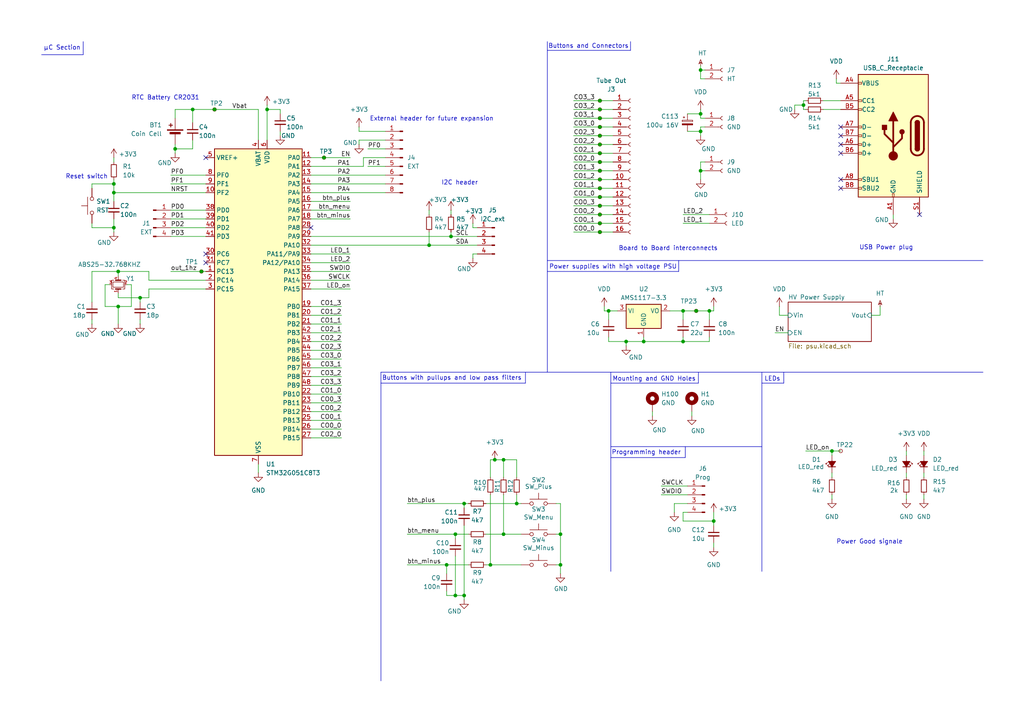
<source format=kicad_sch>
(kicad_sch (version 20250114) (generator "eeschema") (generator_version "9.0")
  (paper "A4")
  (title_block (title "Nixie Tube Clock") (date "2024-10-17") (rev "2.0") (company "C-Audio"))
  (text "Board to Board interconnects" (at 193.802 72.136 0) (effects (font (size 1.27 1.27))))
  (text "RTC Battery CR2031" (at 48.006 28.448 0) (effects (font (size 1.27 1.27))))
  (text "µC Section" (at 18.034 13.97 0) (effects (font (size 1.27 1.27))))
  (text "Programming header" (at 187.452 131.318 0) (effects (font (size 1.27 1.27))))
  (text "External header for future expansion" (at 125.222 34.544 0) (effects (font (size 1.27 1.27))))
  (text "Mounting and GND Holes" (at 189.738 109.982 0) (effects (font (size 1.27 1.27))))
  (text "Power supplies with high voltage PSU" (at 177.8 77.47 0) (effects (font (size 1.27 1.27))))
  (text "Buttons with pullups and low pass filters\n" (at 131.064 109.728 0) (effects (font (size 1.27 1.27))))
  (text "Power Good signale" (at 252.222 157.226 0) (effects (font (size 1.27 1.27))))
  (text "I2C header" (at 133.35 53.086 0) (effects (font (size 1.27 1.27))))
  (text "USB Power plug" (at 257.048 71.882 0) (effects (font (size 1.27 1.27))))
  (text "Reset switch" (at 25.146 51.308 0) (effects (font (size 1.27 1.27))))
  (text "LEDs" (at 224.028 109.982 0) (effects (font (size 1.27 1.27))))
  (text "Buttons and Connectors" (at 170.688 13.462 0) (effects (font (size 1.27 1.27))))
  (junction (at 40.64 86.36))
  (junction (at 34.29 88.9))
  (junction (at 205.74 90.17))
  (junction (at 181.61 99.06))
  (junction (at 58.42 78.74))
  (junction (at 143.51 133.35))
  (junction (at 233.045 30.48))
  (junction (at 62.23 31.75))
  (junction (at 173.99 67.31))
  (junction (at 173.99 54.61))
  (junction (at 173.99 59.69))
  (junction (at 203.2 38.1))
  (junction (at 173.99 34.29))
  (junction (at 173.99 62.23))
  (junction (at 198.12 99.06))
  (junction (at 241.3 130.81))
  (junction (at 173.99 36.83))
  (junction (at 198.12 90.17))
  (junction (at 173.99 29.21))
  (junction (at 173.99 52.07))
  (junction (at 34.29 78.74))
  (junction (at 176.53 90.17))
  (junction (at 134.62 146.05))
  (junction (at 134.62 172.72))
  (junction (at 203.2 49.53))
  (junction (at 33.02 53.34))
  (junction (at 50.8 43.18))
  (junction (at 162.56 154.94))
  (junction (at 173.99 57.15))
  (junction (at 173.99 41.91))
  (junction (at 33.02 66.04))
  (junction (at 77.47 31.75))
  (junction (at 93.98 45.72))
  (junction (at 146.05 154.94))
  (junction (at 203.2 33.02))
  (junction (at 203.2 20.32))
  (junction (at 142.24 163.83))
  (junction (at 132.08 172.72))
  (junction (at 173.99 44.45))
  (junction (at 132.08 154.94))
  (junction (at 149.86 146.05))
  (junction (at 162.56 163.83))
  (junction (at 173.99 49.53))
  (junction (at 130.81 68.58))
  (junction (at 129.54 163.83))
  (junction (at 173.99 31.75))
  (junction (at 173.99 46.99))
  (junction (at 207.01 151.13))
  (junction (at 124.46 71.12))
  (junction (at 55.88 31.75))
  (junction (at 33.02 55.88))
  (junction (at 201.93 90.17))
  (junction (at 146.05 133.35))
  (junction (at 186.69 99.06))
  (junction (at 173.99 39.37))
  (junction (at 173.99 64.77))
  (no_connect (at 243.84 41.91))
  (no_connect (at 243.84 44.45))
  (no_connect (at 266.7 62.23))
  (no_connect (at 243.84 39.37))
  (no_connect (at 59.69 45.72))
  (no_connect (at 90.17 66.04))
  (no_connect (at 59.69 76.2))
  (no_connect (at 243.84 36.83))
  (no_connect (at 243.84 52.07))
  (no_connect (at 243.84 54.61))
  (no_connect (at 59.69 73.66))
  (wire (pts (xy 50.8 44.45) (xy 50.8 43.18)))
  (wire (pts (xy 198.12 92.71) (xy 198.12 90.17)))
  (wire (pts (xy 207.01 90.17) (xy 205.74 90.17)))
  (wire (pts (xy 142.24 133.35) (xy 143.51 133.35)))
  (wire (pts (xy 203.2 31.75) (xy 203.2 33.02)))
  (wire (pts (xy 146.05 133.35) (xy 149.86 133.35)))
  (wire (pts (xy 118.11 154.94) (xy 132.08 154.94)))
  (wire (pts (xy 34.29 88.9) (xy 30.48 88.9)))
  (wire (pts (xy 26.67 53.34) (xy 26.67 54.61)))
  (wire (pts (xy 176.53 90.17) (xy 179.07 90.17)))
  (wire (pts (xy 49.53 60.96) (xy 59.69 60.96)))
  (wire (pts (xy 33.02 45.72) (xy 33.02 46.99)))
  (wire (pts (xy 226.06 91.44) (xy 226.06 88.9)))
  (wire (pts (xy 26.67 64.77) (xy 26.67 66.04)))
  (wire (pts (xy 173.99 39.37) (xy 166.37 39.37)))
  (polyline (pts (xy 24.13 12.065) (xy 24.13 15.875)))
  (wire (pts (xy 105.41 45.72) (xy 111.76 45.72)))
  (wire (pts (xy 177.8 57.15) (xy 173.99 57.15)))
  (wire (pts (xy 262.89 137.16) (xy 262.89 138.43)))
  (wire (pts (xy 101.6 78.74) (xy 90.17 78.74)))
  (wire (pts (xy 207.01 88.9) (xy 207.01 90.17)))
  (wire (pts (xy 134.62 172.72) (xy 134.62 152.4)))
  (wire (pts (xy 132.08 161.29) (xy 132.08 172.72)))
  (wire (pts (xy 198.12 64.77) (xy 205.74 64.77)))
  (wire (pts (xy 43.18 83.82) (xy 43.18 86.36)))
  (wire (pts (xy 230.505 30.48) (xy 230.505 31.75)))
  (wire (pts (xy 30.48 88.9) (xy 30.48 82.55)))
  (polyline (pts (xy 177.165 107.95) (xy 177.165 165.735)))
  (wire (pts (xy 198.12 90.17) (xy 194.31 90.17)))
  (wire (pts (xy 90.17 68.58) (xy 130.81 68.58)))
  (wire (pts (xy 207.01 151.13) (xy 207.01 152.4)))
  (wire (pts (xy 49.53 78.74) (xy 58.42 78.74)))
  (wire (pts (xy 55.88 43.18) (xy 50.8 43.18)))
  (wire (pts (xy 149.86 133.35) (xy 149.86 138.43)))
  (wire (pts (xy 233.045 30.48) (xy 230.505 30.48)))
  (wire (pts (xy 43.18 86.36) (xy 40.64 86.36)))
  (wire (pts (xy 166.37 64.77) (xy 173.99 64.77)))
  (wire (pts (xy 34.29 86.36) (xy 34.29 85.09)))
  (wire (pts (xy 130.81 60.96) (xy 130.81 62.23)))
  (wire (pts (xy 90.17 53.34) (xy 111.76 53.34)))
  (wire (pts (xy 186.69 99.06) (xy 198.12 99.06)))
  (wire (pts (xy 242.57 22.86) (xy 242.57 24.13)))
  (wire (pts (xy 43.18 78.74) (xy 34.29 78.74)))
  (wire (pts (xy 38.1 88.9) (xy 34.29 88.9)))
  (wire (pts (xy 99.06 91.44) (xy 90.17 91.44)))
  (wire (pts (xy 43.18 81.28) (xy 43.18 78.74)))
  (wire (pts (xy 26.67 92.71) (xy 26.67 93.98)))
  (wire (pts (xy 262.89 130.81) (xy 262.89 132.08)))
  (wire (pts (xy 177.8 67.31) (xy 173.99 67.31)))
  (wire (pts (xy 233.045 31.75) (xy 233.045 30.48)))
  (wire (pts (xy 173.99 44.45) (xy 166.37 44.45)))
  (polyline (pts (xy 158.75 107.95) (xy 285.115 107.95)))
  (wire (pts (xy 33.02 53.34) (xy 26.67 53.34)))
  (wire (pts (xy 33.02 55.88) (xy 59.69 55.88)))
  (wire (pts (xy 90.17 50.8) (xy 111.76 50.8)))
  (wire (pts (xy 146.05 143.51) (xy 146.05 154.94)))
  (wire (pts (xy 189.23 120.65) (xy 189.23 119.38)))
  (wire (pts (xy 177.8 49.53) (xy 173.99 49.53)))
  (polyline (pts (xy 110.49 111.125) (xy 152.4 111.125)))
  (wire (pts (xy 207.01 157.48) (xy 207.01 158.75)))
  (wire (pts (xy 26.67 78.74) (xy 26.67 87.63)))
  (wire (pts (xy 33.02 63.5) (xy 33.02 66.04)))
  (wire (pts (xy 149.86 146.05) (xy 151.13 146.05)))
  (wire (pts (xy 140.97 154.94) (xy 146.05 154.94)))
  (wire (pts (xy 238.76 29.21) (xy 243.84 29.21)))
  (wire (pts (xy 267.97 130.81) (xy 267.97 132.08)))
  (wire (pts (xy 134.62 172.72) (xy 134.62 173.99)))
  (wire (pts (xy 74.93 31.75) (xy 62.23 31.75)))
  (wire (pts (xy 99.06 93.98) (xy 90.17 93.98)))
  (wire (pts (xy 181.61 99.06) (xy 181.61 100.33)))
  (wire (pts (xy 177.8 54.61) (xy 173.99 54.61)))
  (wire (pts (xy 199.39 33.02) (xy 203.2 33.02)))
  (wire (pts (xy 124.46 67.31) (xy 124.46 71.12)))
  (wire (pts (xy 132.08 172.72) (xy 129.54 172.72)))
  (wire (pts (xy 205.74 92.71) (xy 205.74 90.17)))
  (wire (pts (xy 203.2 49.53) (xy 203.2 46.99)))
  (wire (pts (xy 173.99 62.23) (xy 166.37 62.23)))
  (wire (pts (xy 166.37 54.61) (xy 173.99 54.61)))
  (wire (pts (xy 177.8 52.07) (xy 173.99 52.07)))
  (wire (pts (xy 105.41 48.26) (xy 105.41 45.72)))
  (wire (pts (xy 142.24 143.51) (xy 142.24 163.83)))
  (wire (pts (xy 90.17 83.82) (xy 101.6 83.82)))
  (wire (pts (xy 161.29 154.94) (xy 162.56 154.94)))
  (wire (pts (xy 55.88 31.75) (xy 55.88 35.56)))
  (wire (pts (xy 36.83 82.55) (xy 38.1 82.55)))
  (wire (pts (xy 33.02 52.07) (xy 33.02 53.34)))
  (wire (pts (xy 177.8 34.29) (xy 173.99 34.29)))
  (wire (pts (xy 99.06 116.84) (xy 90.17 116.84)))
  (wire (pts (xy 177.8 41.91) (xy 173.99 41.91)))
  (wire (pts (xy 203.2 33.02) (xy 203.2 34.29)))
  (polyline (pts (xy 177.165 129.54) (xy 220.98 129.54)))
  (wire (pts (xy 93.98 45.72) (xy 90.17 45.72)))
  (wire (pts (xy 99.06 104.14) (xy 90.17 104.14)))
  (wire (pts (xy 203.2 38.1) (xy 203.2 39.37)))
  (wire (pts (xy 104.14 36.83) (xy 104.14 38.1)))
  (wire (pts (xy 161.29 163.83) (xy 162.56 163.83)))
  (wire (pts (xy 173.99 59.69) (xy 166.37 59.69)))
  (wire (pts (xy 166.37 31.75) (xy 173.99 31.75)))
  (wire (pts (xy 198.12 148.59) (xy 198.12 151.13)))
  (wire (pts (xy 55.88 40.64) (xy 55.88 43.18)))
  (wire (pts (xy 34.29 88.9) (xy 34.29 93.98)))
  (wire (pts (xy 40.64 86.36) (xy 40.64 87.63)))
  (wire (pts (xy 137.16 74.93) (xy 137.16 73.66)))
  (wire (pts (xy 101.6 45.72) (xy 93.98 45.72)))
  (wire (pts (xy 138.43 68.58) (xy 130.81 68.58)))
  (wire (pts (xy 138.43 71.12) (xy 124.46 71.12)))
  (wire (pts (xy 90.17 55.88) (xy 111.76 55.88)))
  (polyline (pts (xy 12.065 15.875) (xy 24.13 15.875)))
  (wire (pts (xy 177.8 59.69) (xy 173.99 59.69)))
  (wire (pts (xy 99.06 124.46) (xy 90.17 124.46)))
  (wire (pts (xy 99.06 121.92) (xy 90.17 121.92)))
  (wire (pts (xy 205.74 99.06) (xy 205.74 97.79)))
  (wire (pts (xy 101.6 63.5) (xy 90.17 63.5)))
  (polyline (pts (xy 198.755 132.715) (xy 198.755 129.54)))
  (wire (pts (xy 99.06 88.9) (xy 90.17 88.9)))
  (wire (pts (xy 162.56 154.94) (xy 162.56 146.05)))
  (wire (pts (xy 142.24 138.43) (xy 142.24 133.35)))
  (wire (pts (xy 205.74 62.23) (xy 198.12 62.23)))
  (polyline (pts (xy 182.88 12.065) (xy 182.88 14.605)))
  (wire (pts (xy 233.045 29.21) (xy 233.68 29.21)))
  (wire (pts (xy 104.14 38.1) (xy 111.76 38.1)))
  (wire (pts (xy 173.99 29.21) (xy 166.37 29.21)))
  (wire (pts (xy 259.08 63.5) (xy 259.08 62.23)))
  (wire (pts (xy 59.69 83.82) (xy 43.18 83.82)))
  (wire (pts (xy 40.64 86.36) (xy 34.29 86.36)))
  (wire (pts (xy 252.73 91.44) (xy 255.27 91.44)))
  (wire (pts (xy 124.46 60.96) (xy 124.46 62.23)))
  (wire (pts (xy 177.8 29.21) (xy 173.99 29.21)))
  (wire (pts (xy 203.2 38.1) (xy 199.39 38.1)))
  (wire (pts (xy 195.58 146.05) (xy 199.39 146.05)))
  (wire (pts (xy 241.3 137.16) (xy 241.3 138.43)))
  (wire (pts (xy 177.8 62.23) (xy 173.99 62.23)))
  (wire (pts (xy 81.28 39.37) (xy 81.28 38.1)))
  (wire (pts (xy 104.14 40.64) (xy 104.14 41.91)))
  (wire (pts (xy 241.3 143.51) (xy 241.3 144.78)))
  (wire (pts (xy 90.17 71.12) (xy 124.46 71.12)))
  (wire (pts (xy 49.53 68.58) (xy 59.69 68.58)))
  (polyline (pts (xy 202.565 111.125) (xy 202.565 107.95)))
  (wire (pts (xy 33.02 55.88) (xy 33.02 58.42)))
  (wire (pts (xy 99.06 114.3) (xy 90.17 114.3)))
  (wire (pts (xy 143.51 133.35) (xy 146.05 133.35)))
  (wire (pts (xy 49.53 53.34) (xy 59.69 53.34)))
  (wire (pts (xy 33.02 66.04) (xy 33.02 67.31)))
  (wire (pts (xy 177.8 46.99) (xy 173.99 46.99)))
  (wire (pts (xy 111.76 40.64) (xy 104.14 40.64)))
  (wire (pts (xy 81.28 31.75) (xy 81.28 33.02)))
  (wire (pts (xy 203.2 19.05) (xy 203.2 20.32)))
  (polyline (pts (xy 220.98 111.125) (xy 227.33 111.125)))
  (polyline (pts (xy 158.75 75.565) (xy 158.75 107.95)))
  (wire (pts (xy 26.67 66.04) (xy 33.02 66.04)))
  (polyline (pts (xy 158.75 75.565) (xy 285.115 75.565)))
  (wire (pts (xy 43.18 81.28) (xy 59.69 81.28)))
  (wire (pts (xy 238.76 31.75) (xy 243.84 31.75)))
  (wire (pts (xy 129.54 166.37) (xy 129.54 163.83)))
  (wire (pts (xy 49.53 66.04) (xy 59.69 66.04)))
  (wire (pts (xy 134.62 172.72) (xy 132.08 172.72)))
  (wire (pts (xy 99.06 111.76) (xy 90.17 111.76)))
  (wire (pts (xy 162.56 146.05) (xy 161.29 146.05)))
  (wire (pts (xy 166.37 46.99) (xy 173.99 46.99)))
  (wire (pts (xy 200.66 119.38) (xy 200.66 120.65)))
  (wire (pts (xy 166.37 34.29) (xy 173.99 34.29)))
  (wire (pts (xy 191.77 143.51) (xy 199.39 143.51)))
  (wire (pts (xy 74.93 134.62) (xy 74.93 137.16)))
  (wire (pts (xy 203.2 52.07) (xy 203.2 49.53)))
  (polyline (pts (xy 158.75 14.605) (xy 182.88 14.605)))
  (wire (pts (xy 176.53 97.79) (xy 176.53 99.06)))
  (wire (pts (xy 166.37 36.83) (xy 173.99 36.83)))
  (wire (pts (xy 142.24 163.83) (xy 151.13 163.83)))
  (wire (pts (xy 99.06 96.52) (xy 90.17 96.52)))
  (wire (pts (xy 106.68 48.26) (xy 111.76 48.26)))
  (wire (pts (xy 132.08 154.94) (xy 135.89 154.94)))
  (wire (pts (xy 101.6 73.66) (xy 90.17 73.66)))
  (wire (pts (xy 132.08 156.21) (xy 132.08 154.94)))
  (wire (pts (xy 173.99 52.07) (xy 166.37 52.07)))
  (wire (pts (xy 77.47 31.75) (xy 81.28 31.75)))
  (wire (pts (xy 175.26 88.9) (xy 175.26 90.17)))
  (wire (pts (xy 198.12 99.06) (xy 198.12 97.79)))
  (wire (pts (xy 90.17 81.28) (xy 101.6 81.28)))
  (wire (pts (xy 242.57 24.13) (xy 243.84 24.13)))
  (polyline (pts (xy 110.49 107.95) (xy 110.49 197.485)))
  (wire (pts (xy 149.86 143.51) (xy 149.86 146.05)))
  (wire (pts (xy 177.8 31.75) (xy 173.99 31.75)))
  (wire (pts (xy 140.97 163.83) (xy 142.24 163.83)))
  (wire (pts (xy 138.43 66.04) (xy 137.16 66.04)))
  (wire (pts (xy 129.54 171.45) (xy 129.54 172.72)))
  (wire (pts (xy 186.69 99.06) (xy 186.69 97.79)))
  (wire (pts (xy 199.39 148.59) (xy 198.12 148.59)))
  (wire (pts (xy 207.01 151.13) (xy 207.01 148.59)))
  (wire (pts (xy 191.77 140.97) (xy 199.39 140.97)))
  (wire (pts (xy 146.05 154.94) (xy 151.13 154.94)))
  (wire (pts (xy 90.17 48.26) (xy 105.41 48.26)))
  (wire (pts (xy 58.42 78.74) (xy 59.69 78.74)))
  (wire (pts (xy 198.12 99.06) (xy 205.74 99.06)))
  (wire (pts (xy 175.26 90.17) (xy 176.53 90.17)))
  (wire (pts (xy 241.3 130.81) (xy 241.3 132.08)))
  (polyline (pts (xy 227.33 111.125) (xy 227.33 107.95)))
  (wire (pts (xy 204.47 49.53) (xy 203.2 49.53)))
  (wire (pts (xy 177.8 39.37) (xy 173.99 39.37)))
  (wire (pts (xy 77.47 30.48) (xy 77.47 31.75)))
  (wire (pts (xy 262.89 143.51) (xy 262.89 144.78)))
  (wire (pts (xy 198.12 151.13) (xy 207.01 151.13)))
  (wire (pts (xy 130.81 67.31) (xy 130.81 68.58)))
  (wire (pts (xy 224.79 96.52) (xy 228.6 96.52)))
  (wire (pts (xy 203.2 36.83) (xy 203.2 38.1)))
  (wire (pts (xy 201.93 90.17) (xy 205.74 90.17)))
  (polyline (pts (xy 220.98 107.95) (xy 220.98 165.735)))
  (wire (pts (xy 166.37 49.53) (xy 173.99 49.53)))
  (wire (pts (xy 30.48 82.55) (xy 31.75 82.55)))
  (polyline (pts (xy 177.165 111.125) (xy 202.565 111.125)))
  (wire (pts (xy 137.16 73.66) (xy 138.43 73.66)))
  (wire (pts (xy 204.47 20.32) (xy 203.2 20.32)))
  (wire (pts (xy 198.12 90.17) (xy 201.93 90.17)))
  (wire (pts (xy 99.06 106.68) (xy 90.17 106.68)))
  (wire (pts (xy 74.93 40.64) (xy 74.93 31.75)))
  (wire (pts (xy 203.2 22.86) (xy 204.47 22.86)))
  (wire (pts (xy 195.58 148.59) (xy 195.58 146.05)))
  (wire (pts (xy 203.2 36.83) (xy 204.47 36.83)))
  (wire (pts (xy 140.97 146.05) (xy 149.86 146.05)))
  (wire (pts (xy 101.6 76.2) (xy 90.17 76.2)))
  (wire (pts (xy 118.11 146.05) (xy 134.62 146.05)))
  (wire (pts (xy 176.53 99.06) (xy 181.61 99.06)))
  (wire (pts (xy 135.89 146.05) (xy 134.62 146.05)))
  (wire (pts (xy 173.99 67.31) (xy 166.37 67.31)))
  (wire (pts (xy 129.54 163.83) (xy 135.89 163.83)))
  (wire (pts (xy 55.88 31.75) (xy 50.8 31.75)))
  (wire (pts (xy 34.29 78.74) (xy 34.29 80.01)))
  (wire (pts (xy 101.6 60.96) (xy 90.17 60.96)))
  (wire (pts (xy 267.97 143.51) (xy 267.97 144.78)))
  (wire (pts (xy 146.05 133.35) (xy 146.05 138.43)))
  (polyline (pts (xy 152.4 111.125) (xy 152.4 107.95)))
  (wire (pts (xy 267.97 137.16) (xy 267.97 138.43)))
  (wire (pts (xy 203.2 34.29) (xy 204.47 34.29)))
  (wire (pts (xy 233.68 130.81) (xy 241.3 130.81)))
  (wire (pts (xy 99.06 119.38) (xy 90.17 119.38)))
  (polyline (pts (xy 158.75 12.065) (xy 158.75 75.565)))
  (wire (pts (xy 177.8 64.77) (xy 173.99 64.77)))
  (wire (pts (xy 33.02 53.34) (xy 33.02 55.88)))
  (wire (pts (xy 38.1 82.55) (xy 38.1 88.9)))
  (wire (pts (xy 173.99 57.15) (xy 166.37 57.15)))
  (wire (pts (xy 101.6 58.42) (xy 90.17 58.42)))
  (wire (pts (xy 203.2 46.99) (xy 204.47 46.99)))
  (wire (pts (xy 173.99 41.91) (xy 166.37 41.91)))
  (wire (pts (xy 50.8 31.75) (xy 50.8 34.29)))
  (wire (pts (xy 228.6 91.44) (xy 226.06 91.44)))
  (wire (pts (xy 233.045 30.48) (xy 233.045 29.21)))
  (polyline (pts (xy 177.165 132.715) (xy 198.755 132.715)))
  (wire (pts (xy 49.53 50.8) (xy 59.69 50.8)))
  (wire (pts (xy 106.68 43.18) (xy 111.76 43.18)))
  (wire (pts (xy 40.64 92.71) (xy 40.64 93.98)))
  (wire (pts (xy 99.06 127) (xy 90.17 127)))
  (wire (pts (xy 62.23 31.75) (xy 55.88 31.75)))
  (wire (pts (xy 90.17 109.22) (xy 99.06 109.22)))
  (wire (pts (xy 177.8 44.45) (xy 173.99 44.45)))
  (wire (pts (xy 203.2 20.32) (xy 203.2 22.86)))
  (wire (pts (xy 137.16 66.04) (xy 137.16 64.77)))
  (polyline (pts (xy 158.75 107.95) (xy 110.49 107.95)))
  (wire (pts (xy 49.53 63.5) (xy 59.69 63.5)))
  (wire (pts (xy 255.27 91.44) (xy 255.27 88.9)))
  (wire (pts (xy 177.8 36.83) (xy 173.99 36.83)))
  (wire (pts (xy 99.06 101.6) (xy 90.17 101.6)))
  (wire (pts (xy 134.62 147.32) (xy 134.62 146.05)))
  (polyline (pts (xy 158.75 78.74) (xy 196.85 78.74)))
  (wire (pts (xy 233.68 31.75) (xy 233.045 31.75)))
  (wire (pts (xy 118.11 163.83) (xy 129.54 163.83)))
  (polyline (pts (xy 196.85 78.74) (xy 196.85 75.565)))
  (wire (pts (xy 176.53 92.71) (xy 176.53 90.17)))
  (wire (pts (xy 50.8 41.91) (xy 50.8 43.18)))
  (wire (pts (xy 181.61 99.06) (xy 186.69 99.06)))
  (wire (pts (xy 77.47 40.64) (xy 77.47 31.75)))
  (wire (pts (xy 26.67 78.74) (xy 34.29 78.74)))
  (wire (pts (xy 162.56 166.37) (xy 162.56 163.83)))
  (wire (pts (xy 243.84 130.81) (xy 241.3 130.81)))
  (wire (pts (xy 99.06 99.06) (xy 90.17 99.06)))
  (wire (pts (xy 162.56 163.83) (xy 162.56 154.94)))
  (label "PF0" (at 49.53 50.8 0))
  (label "CO3_3" (at 166.37 29.21 0))
  (label "CO3_1" (at 99.06 106.68 180))
  (label "CO0_2" (at 166.37 62.23 0))
  (label "SWDIO" (at 101.6 78.74 180))
  (label "CO0_1" (at 99.06 121.92 180))
  (label "CO0_0" (at 99.06 124.46 180))
  (label "CO1_0" (at 166.37 57.15 0))
  (label "CO3_0" (at 99.06 104.14 180))
  (label "CO1_3" (at 166.37 49.53 0))
  (label "CO2_2" (at 99.06 99.06 180))
  (label "btn_minus" (at 118.11 163.83 0))
  (label "CO2_3" (at 166.37 39.37 0))
  (label "CO2_0" (at 99.06 127 180))
  (label "CO2_0" (at 166.37 46.99 0))
  (label "CO0_1" (at 166.37 64.77 0))
  (label "LED_on" (at 233.68 130.81 0))
  (label "LED_on" (at 101.6 83.82 180))
  (label "btn_menu" (at 118.11 154.94 0))
  (label "PD2" (at 49.53 66.04 0))
  (label "CO3_2" (at 166.37 31.75 0))
  (label "CO1_0" (at 99.06 114.3 180))
  (label "CO0_2" (at 99.06 119.38 180))
  (label "CO3_1" (at 166.37 34.29 0))
  (label "SDA" (at 135.89 71.12 180))
  (label "CO1_1" (at 166.37 54.61 0))
  (label "LED_2" (at 101.6 76.2 180))
  (label "EN" (at 101.6 45.72 180))
  (label "CO2_3" (at 99.06 101.6 180))
  (label "EN" (at 224.79 96.52 0))
  (label "btn_minus" (at 101.6 63.5 180))
  (label "PF0" (at 106.68 43.18 0))
  (label "CO1_1" (at 99.06 93.98 180))
  (label "PA4" (at 101.6 55.88 180))
  (label "PA3" (at 101.6 53.34 180))
  (label "LED_2" (at 198.12 62.23 0))
  (label "Vbat" (at 67.31 31.75 0))
  (label "LED_1" (at 198.12 64.77 0))
  (label "CO0_3" (at 99.06 116.84 180))
  (label "CO2_1" (at 99.06 96.52 180))
  (label "CO0_0" (at 166.37 67.31 0))
  (label "PD0" (at 49.53 60.96 0))
  (label "CO3_3" (at 99.06 111.76 180))
  (label "out_1hz" (at 49.53 78.74 0))
  (label "SWCLK" (at 101.6 81.28 180))
  (label "CO1_3" (at 99.06 88.9 180))
  (label "PF1" (at 106.68 48.26 0))
  (label "PA1" (at 101.6 48.26 180))
  (label "CO2_1" (at 166.37 44.45 0))
  (label "btn_menu" (at 101.6 60.96 180))
  (label "PD3" (at 49.53 68.58 0))
  (label "btn_plus" (at 101.6 58.42 180))
  (label "CO3_0" (at 166.37 36.83 0))
  (label "SWCLK" (at 191.77 140.97 0))
  (label "CO2_2" (at 166.37 41.91 0))
  (label "LED_1" (at 101.6 73.66 180))
  (label "CO1_2" (at 166.37 52.07 0))
  (label "SCL" (at 135.89 68.58 180))
  (label "CO3_2" (at 99.06 109.22 180))
  (label "CO1_2" (at 99.06 91.44 180))
  (label "NRST" (at 49.53 55.88 0))
  (label "PF1" (at 49.53 53.34 0))
  (label "btn_plus" (at 118.11 146.05 0))
  (label "PD1" (at 49.53 63.5 0))
  (label "PA2" (at 101.6 50.8 180))
  (label "SWDIO" (at 191.77 143.51 0))
  (label "CO0_3" (at 166.37 59.69 0))
  (symbol (lib_id "Device:R_Small") (at 130.81 64.77 0) (unit 1)
    (property "Reference" "R5" (at 132.3086 63.6016 0) (effects (justify left)))
    (property "Value" "4k7" (at 132.3086 65.913 0) (effects (justify left)))
    (property "Footprint" "Resistor_SMD:R_0805_2012Metric_Pad1.20x1.40mm_HandSolder" (effects (hide yes)))
  )
  (symbol (lib_id "Device:R_Small") (at 124.46 64.77 0) (unit 1)
    (property "Reference" "R4" (at 125.9586 63.6016 0) (effects (justify left)))
    (property "Value" "4k7" (at 125.9586 65.913 0) (effects (justify left)))
    (property "Footprint" "Resistor_SMD:R_0805_2012Metric_Pad1.20x1.40mm_HandSolder" (effects (hide yes)))
  )
  (symbol (lib_id "power:GND") (at 162.56 166.37 0) (unit 1)
    (property "Reference" "#PWR032" (effects (hide yes)))
    (property "Value" "GND" (at 162.687 170.7642 0))
  )
  (symbol (lib_id "Switch:SW_Push") (at 156.21 146.05 0) (unit 1)
    (property "Reference" "SW2" (at 156.21 139.192 0))
    (property "Value" "SW_Plus" (at 156.21 141.1224 0))
    (property "Footprint" "Button_Switch_THT:SW_Tactile_SPST_Angled_PTS645Vx31-2LFS" (effects (hide yes)))
  )
  (symbol (lib_id "Switch:SW_Push") (at 156.21 154.94 0) (unit 1)
    (property "Reference" "SW3" (at 156.21 147.701 0))
    (property "Value" "SW_Menu" (at 156.21 150.0124 0))
    (property "Footprint" "Button_Switch_THT:SW_Tactile_SPST_Angled_PTS645Vx31-2LFS" (effects (hide yes)))
  )
  (symbol (lib_id "Switch:SW_Push") (at 156.21 163.83 0) (unit 1)
    (property "Reference" "SW4" (at 156.21 156.591 0))
    (property "Value" "SW_Minus" (at 156.21 158.9024 0))
    (property "Footprint" "Button_Switch_THT:SW_Tactile_SPST_Angled_PTS645Vx31-2LFS" (effects (hide yes)))
  )
  (symbol (lib_id "power:GND") (at 203.2 39.37 0) (unit 1)
    (property "Reference" "#PWR029" (effects (hide yes)))
    (property "Value" "GND" (at 205.486 43.18 0))
  )
  (symbol (lib_id "power:GND") (at 203.2 52.07 0) (unit 1)
    (property "Reference" "#PWR030" (effects (hide yes)))
    (property "Value" "GND" (at 203.327 56.4642 0))
  )
  (symbol (lib_id "power:HT") (at 203.2 19.05 0) (unit 1)
    (property "Reference" "#PWR027" (effects (hide yes)))
    (property "Value" "HT" (at 203.708 15.4178 0))
  )
  (symbol (lib_name "GND_2") (lib_id "power:GND") (at 74.93 137.16 0) (unit 1)
    (property "Reference" "#PWR09" (effects (hide yes)))
    (property "Value" "GND" (at 74.93 142.24 0))
    (property "Description" "Power symbol creates a global label with name \"GND\" , ground" (effects (hide yes)))
  )
  (symbol (lib_name "GND_4") (lib_id "power:GND") (at 230.505 31.75 0) (unit 1)
    (property "Reference" "#PWR0114" (effects (hide yes)))
    (property "Value" "GND" (at 227.965 31.75 0))
  )
  (symbol (lib_name "GND_4") (lib_id "power:GND") (at 33.02 67.31 0) (unit 1)
    (property "Reference" "#PWR03" (effects (hide yes)))
    (property "Value" "GND" (at 30.226 70.358 0))
    (property "Description" "Power symbol creates a global label with name \"GND\" , ground" (effects (hide yes)))
  )
  (symbol (lib_id "power:VDD") (at 226.06 88.9 0) (unit 1)
    (property "Reference" "#PWR023" (effects (hide yes)))
    (property "Value" "VDD" (at 226.06 83.82 0))
    (property "Description" "Power symbol creates a global label with name \"VDD\"" (effects (hide yes)))
  )
  (symbol (lib_id "Device:R_Small") (at 138.43 146.05 90) (unit 1)
    (property "Reference" "R7" (at 138.43 148.336 90))
    (property "Value" "4k7" (at 138.43 150.876 90))
    (property "Footprint" "Resistor_SMD:R_0805_2012Metric_Pad1.20x1.40mm_HandSolder" (effects (hide yes)))
    (property "Description" "Resistor, small symbol" (effects (hide yes)))
  )
  (symbol (lib_id "Connector:TestPoint_Small") (at 173.99 57.15 0) (mirror x) (unit 1)
    (property "Reference" "TP15" (effects (hide yes)))
    (property "Value" "TestPoint_Small" (effects (hide yes)))
    (property "Footprint" "TestPoint:TestPoint_THTPad_D1.0mm_Drill0.5mm" (effects (hide yes)))
    (property "Description" "test point" (effects (hide yes)))
  )
  (symbol (lib_id "Device:C_Polarized_Small") (at 199.39 35.56 0) (unit 1)
    (property "Reference" "C113" (at 196.85 33.7438 0) (effects (justify right)))
    (property "Value" "100u 16V" (at 196.85 36.2838 0) (effects (justify right)))
    (property "Footprint" "Capacitor_SMD:CP_Elec_6.3x7.7" (effects (hide yes)))
    (property "Description" "Polarized capacitor, small symbol" (effects (hide yes)))
    (property "Mouser URL" "https://www.mouser.de/ProductDetail/Wurth-Elektronik/865080343009?qs=0KOYDY2FL28Gid9q%2FqirTQ%3D%3D" (effects (hide yes)))
    (property "Mouser Nr." "710-865080343009 " (effects (hide yes)))
  )
  (symbol (lib_id "Connector:TestPoint_Small") (at 173.99 44.45 0) (mirror x) (unit 1)
    (property "Reference" "TP10" (effects (hide yes)))
    (property "Value" "TestPoint_Small" (effects (hide yes)))
    (property "Footprint" "TestPoint:TestPoint_THTPad_D1.0mm_Drill0.5mm" (effects (hide yes)))
    (property "Description" "test point" (effects (hide yes)))
  )
  (symbol (lib_id "Device:C_Small") (at 207.01 154.94 0) (mirror y) (unit 1)
    (property "Reference" "C12" (at 204.47 153.6762 0) (effects (justify left)))
    (property "Value" "10u" (at 204.47 156.2162 0) (effects (justify left)))
    (property "Footprint" "Capacitor_SMD:C_0805_2012Metric_Pad1.18x1.45mm_HandSolder" (effects (hide yes)))
    (property "Description" "Unpolarized capacitor, small symbol" (effects (hide yes)))
  )
  (symbol (lib_id "Connector:TestPoint_Small") (at 243.84 130.81 0) (unit 1)
    (property "Reference" "TP22" (at 242.57 129.032 0) (effects (justify left)))
    (property "Value" "TestPoint_Small" (effects (hide yes)))
    (property "Footprint" "TestPoint:TestPoint_Pad_D1.5mm" (effects (hide yes)))
    (property "Description" "test point" (effects (hide yes)))
  )
  (symbol (lib_id "power:+3V3") (at 130.81 60.96 0) (unit 1)
    (property "Reference" "#PWR013" (effects (hide yes)))
    (property "Value" "+3V3" (at 133.35 57.912 0))
    (property "Description" "Power symbol creates a global label with name \"+3V3\"" (effects (hide yes)))
  )
  (symbol (lib_id "power:VDD") (at 242.57 22.86 0) (unit 1)
    (property "Reference" "#PWR0115" (effects (hide yes)))
    (property "Value" "VDD" (at 242.57 17.78 0))
    (property "Description" "Power symbol creates a global label with name \"VDD\"" (effects (hide yes)))
  )
  (symbol (lib_id "Connector:TestPoint_Small") (at 173.99 46.99 0) (mirror x) (unit 1)
    (property "Reference" "TP11" (effects (hide yes)))
    (property "Value" "TestPoint_Small" (effects (hide yes)))
    (property "Footprint" "TestPoint:TestPoint_THTPad_D1.0mm_Drill0.5mm" (effects (hide yes)))
    (property "Description" "test point" (effects (hide yes)))
  )
  (symbol (lib_id "Connector:Conn_01x02_Socket") (at 210.82 62.23 0) (unit 1)
    (property "Reference" "J10" (at 212.09 62.2299 0) (effects (justify left)))
    (property "Value" "LED" (at 212.09 64.7699 0) (effects (justify left)))
    (property "Footprint" "Connector_PinSocket_2.54mm:PinSocket_1x02_P2.54mm_Vertical" (effects (hide yes)))
    (property "Description" "Generic connector, single row, 01x02, script generated" (effects (hide yes)))
  )
  (symbol (lib_id "power:VDD") (at 203.2 31.75 0) (unit 1)
    (property "Reference" "#PWR017" (effects (hide yes)))
    (property "Value" "VDD" (at 203.2 26.67 0))
    (property "Description" "Power symbol creates a global label with name \"VDD\"" (effects (hide yes)))
  )
  (symbol (lib_id "Device:R_Small") (at 138.43 154.94 90) (unit 1)
    (property "Reference" "R8" (at 138.43 157.226 90))
    (property "Value" "4k7" (at 138.43 159.766 90))
    (property "Footprint" "Resistor_SMD:R_0805_2012Metric_Pad1.20x1.40mm_HandSolder" (effects (hide yes)))
    (property "Description" "Resistor, small symbol" (effects (hide yes)))
  )
  (symbol (lib_id "Connector:TestPoint_Small") (at 173.99 49.53 0) (mirror x) (unit 1)
    (property "Reference" "TP12" (effects (hide yes)))
    (property "Value" "TestPoint_Small" (effects (hide yes)))
    (property "Footprint" "TestPoint:TestPoint_THTPad_D1.0mm_Drill0.5mm" (effects (hide yes)))
    (property "Description" "test point" (effects (hide yes)))
  )
  (symbol (lib_name "GND_12") (lib_id "power:GND") (at 104.14 41.91 0) (unit 1)
    (property "Reference" "#PWR0127" (effects (hide yes)))
    (property "Value" "GND" (at 101.6 41.402 0))
    (property "Description" "Power symbol creates a global label with name \"GND\" , ground" (effects (hide yes)))
  )
  (symbol (lib_id "Device:Battery_Cell") (at 50.8 39.37 0) (mirror y) (unit 1)
    (property "Reference" "BT1" (at 46.99 36.2584 0) (effects (justify left)))
    (property "Value" "Coin Cell" (at 46.99 38.7984 0) (effects (justify left)))
    (property "Footprint" "Battery:BatteryHolder_Renata_SMTU2032-LF_1x2032" (effects (hide yes)))
    (property "Description" "Single-cell battery" (effects (hide yes)))
    (property "Mouser URL" "https://www.mouser.de/ProductDetail/Renata/SMTU2032-LF.TR?qs=ZH26iPUykMX3HPCVulIAgQ%3D%3D" (effects (hide yes)))
    (property "Mouser Nr." " 614-SMTU2032-LF.TR " (effects (hide yes)))
  )
  (symbol (lib_id "Connector:TestPoint_Small") (at 173.99 34.29 0) (mirror x) (unit 1)
    (property "Reference" "TP6" (effects (hide yes)))
    (property "Value" "TestPoint_Small" (effects (hide yes)))
    (property "Footprint" "TestPoint:TestPoint_THTPad_D1.0mm_Drill0.5mm" (effects (hide yes)))
    (property "Description" "test point" (effects (hide yes)))
  )
  (symbol (lib_id "Connector:Conn_01x16_Socket") (at 182.88 46.99 0) (unit 1)
    (property "Reference" "J3" (at 177.292 25.908 0))
    (property "Value" "Tube Out" (at 177.292 23.368 0))
    (property "Footprint" "Connector_PinSocket_2.54mm:PinSocket_2x08_P2.54mm_Vertical" (effects (hide yes)))
    (property "Description" "Generic connector, single row, 01x16, script generated" (effects (hide yes)))
  )
  (symbol (lib_id "Device:R_Small") (at 149.86 140.97 0) (mirror y) (unit 1)
    (property "Reference" "R12" (at 148.082 140.97 90))
    (property "Value" "4k7" (effects (hide yes)))
    (property "Footprint" "Resistor_SMD:R_0805_2012Metric_Pad1.20x1.40mm_HandSolder" (effects (hide yes)))
    (property "Description" "Resistor, small symbol" (effects (hide yes)))
  )
  (symbol (lib_id "power:VDD") (at 267.97 130.81 0) (unit 1)
    (property "Reference" "#PWR019" (effects (hide yes)))
    (property "Value" "VDD" (at 267.97 125.73 0))
    (property "Description" "Power symbol creates a global label with name \"VDD\"" (effects (hide yes)))
  )
  (symbol (lib_id "Connector:TestPoint_Small") (at 173.99 31.75 0) (mirror x) (unit 1)
    (property "Reference" "TP5" (effects (hide yes)))
    (property "Value" "TestPoint_Small" (effects (hide yes)))
    (property "Footprint" "TestPoint:TestPoint_THTPad_D1.0mm_Drill0.5mm" (effects (hide yes)))
    (property "Description" "test point" (effects (hide yes)))
  )
  (symbol (lib_name "GND_9") (lib_id "power:GND") (at 259.08 63.5 0) (unit 1)
    (property "Reference" "#PWR0116" (effects (hide yes)))
    (property "Value" "GND" (at 255.778 63.754 0))
  )
  (symbol (lib_id "Connector:TestPoint_Small") (at 173.99 67.31 0) (mirror x) (unit 1)
    (property "Reference" "TP19" (effects (hide yes)))
    (property "Value" "TestPoint_Small" (effects (hide yes)))
    (property "Footprint" "TestPoint:TestPoint_THTPad_D1.0mm_Drill0.5mm" (effects (hide yes)))
    (property "Description" "test point" (effects (hide yes)))
  )
  (symbol (lib_id "Connector:TestPoint_Small") (at 173.99 41.91 0) (mirror x) (unit 1)
    (property "Reference" "TP9" (effects (hide yes)))
    (property "Value" "TestPoint_Small" (effects (hide yes)))
    (property "Footprint" "TestPoint:TestPoint_THTPad_D1.0mm_Drill0.5mm" (effects (hide yes)))
    (property "Description" "test point" (effects (hide yes)))
  )
  (symbol (lib_id "power:+3V3") (at 207.01 88.9 0) (unit 1)
    (property "Reference" "#PWR022" (effects (hide yes)))
    (property "Value" "+3V3" (at 207.01 83.82 0))
    (property "Description" "Power symbol creates a global label with name \"+3V3\"" (effects (hide yes)))
  )
  (symbol (lib_id "Device:R_Small") (at 236.22 31.75 270) (mirror x) (unit 1)
    (property "Reference" "R14" (at 234.315 34.29 90) (effects (justify left)))
    (property "Value" "5k1" (at 234.315 36.83 90) (effects (justify left)))
    (property "Footprint" "Resistor_SMD:R_0805_2012Metric_Pad1.20x1.40mm_HandSolder" (effects (hide yes)))
  )
  (symbol (lib_id "Mechanical:MountingHole_Pad") (at 200.66 116.84 0) (unit 1) (exclude_from_sim yes) (in_bom no)
    (property "Reference" "H1" (at 203.2 114.2999 0) (effects (justify left)))
    (property "Value" "GND" (at 203.2 116.8399 0) (effects (justify left)))
    (property "Footprint" "TestPoint:TestPoint_Loop_D3.80mm_Drill2.0mm" (effects (hide yes)))
    (property "Description" "Mounting Hole with connection" (effects (hide yes)))
  )
  (symbol (lib_id "Device:C_Small") (at 26.67 90.17 0) (mirror y) (unit 1)
    (property "Reference" "C1" (at 24.892 88.9 0) (effects (justify left)))
    (property "Value" "18p" (at 24.892 91.44 0) (effects (justify left)))
    (property "Footprint" "Capacitor_SMD:C_0805_2012Metric_Pad1.18x1.45mm_HandSolder" (effects (hide yes)))
    (property "Description" "Unpolarized capacitor, small symbol" (effects (hide yes)))
  )
  (symbol (lib_id "Device:LED_Small_Filled") (at 241.3 134.62 90) (unit 1)
    (property "Reference" "D1" (at 235.458 133.2865 90) (effects (justify right)))
    (property "Value" "LED_red" (at 231.394 135.382 90) (effects (justify right)))
    (property "Footprint" "LED_SMD:LED_0805_2012Metric_Pad1.15x1.40mm_HandSolder" (effects (hide yes)))
    (property "Description" "Light emitting diode, small symbol, filled shape" (effects (hide yes)))
  )
  (symbol (lib_id "Device:LED_Small_Filled") (at 262.89 134.62 270) (mirror x) (unit 1)
    (property "Reference" "D3" (at 260.35 133.2864 90) (effects (justify right)))
    (property "Value" "LED_red" (at 260.35 135.8264 90) (effects (justify right)))
    (property "Footprint" "LED_SMD:LED_0805_2012Metric_Pad1.15x1.40mm_HandSolder" (effects (hide yes)))
    (property "Description" "Light emitting diode, small symbol, filled shape" (effects (hide yes)))
  )
  (symbol (lib_id "power:+3V3") (at 124.46 60.96 0) (unit 1)
    (property "Reference" "#PWR012" (effects (hide yes)))
    (property "Value" "+3V3" (at 127 57.912 0))
    (property "Description" "Power symbol creates a global label with name \"+3V3\"" (effects (hide yes)))
  )
  (symbol (lib_id "Device:R_Small") (at 138.43 163.83 90) (unit 1)
    (property "Reference" "R9" (at 138.43 166.116 90))
    (property "Value" "4k7" (at 138.43 168.656 90))
    (property "Footprint" "Resistor_SMD:R_0805_2012Metric_Pad1.20x1.40mm_HandSolder" (effects (hide yes)))
    (property "Description" "Resistor, small symbol" (effects (hide yes)))
  )
  (symbol (lib_name "GND_7") (lib_id "power:GND") (at 50.8 44.45 0) (unit 1)
    (property "Reference" "#PWR08" (effects (hide yes)))
    (property "Value" "GND" (at 47.752 47.244 0))
    (property "Description" "Power symbol creates a global label with name \"GND\" , ground" (effects (hide yes)))
  )
  (symbol (lib_id "Device:C_Small") (at 134.62 149.86 0) (mirror y) (unit 1)
    (property "Reference" "C11" (at 132.842 148.59 0) (effects (justify left)))
    (property "Value" "100n" (at 132.842 151.13 0) (effects (justify left)))
    (property "Footprint" "Capacitor_SMD:C_0805_2012Metric_Pad1.18x1.45mm_HandSolder" (effects (hide yes)))
    (property "Description" "Unpolarized capacitor, small symbol" (effects (hide yes)))
  )
  (symbol (lib_id "Device:C_Small") (at 40.64 90.17 0) (unit 1)
    (property "Reference" "C3" (at 42.418 88.9 0) (effects (justify left)))
    (property "Value" "18p" (at 42.418 91.44 0) (effects (justify left)))
    (property "Footprint" "Capacitor_SMD:C_0805_2012Metric_Pad1.18x1.45mm_HandSolder" (effects (hide yes)))
    (property "Description" "Unpolarized capacitor, small symbol" (effects (hide yes)))
  )
  (symbol (lib_id "Connector:TestPoint_Small") (at 93.98 45.72 0) (unit 1)
    (property "Reference" "TP3" (at 92.71 43.942 0) (effects (justify left)))
    (property "Value" "TestPoint_Small" (effects (hide yes)))
    (property "Footprint" "TestPoint:TestPoint_Pad_D1.5mm" (effects (hide yes)))
    (property "Description" "test point" (effects (hide yes)))
  )
  (symbol (lib_id "Connector:Conn_01x04_Pin") (at 44.45 63.5 0) (unit 1)
    (property "Reference" "J1" (at 42.418 64.77 0))
    (property "Value" "EXT" (at 42.418 67.31 0))
    (property "Footprint" "Connector_PinHeader_2.54mm:PinHeader_1x04_P2.54mm_Vertical" (effects (hide yes)))
    (property "Description" "Generic connector, single row, 01x04, script generated" (effects (hide yes)))
  )
  (symbol (lib_id "power:+3V3") (at 104.14 36.83 0) (unit 1)
    (property "Reference" "#PWR0126" (effects (hide yes)))
    (property "Value" "+3V3" (at 104.14 31.75 0))
    (property "Description" "Power symbol creates a global label with name \"+3V3\"" (effects (hide yes)))
  )
  (symbol (lib_id "Connector:TestPoint_Small") (at 173.99 36.83 0) (mirror x) (unit 1)
    (property "Reference" "TP7" (effects (hide yes)))
    (property "Value" "TestPoint_Small" (effects (hide yes)))
    (property "Footprint" "TestPoint:TestPoint_THTPad_D1.0mm_Drill0.5mm" (effects (hide yes)))
    (property "Description" "test point" (effects (hide yes)))
  )
  (symbol (lib_id "Device:R_Small") (at 262.89 140.97 0) (mirror y) (unit 1)
    (property "Reference" "R16" (at 259.207 140.081 0))
    (property "Value" "2k" (at 259.334 142.24 0))
    (property "Footprint" "Resistor_SMD:R_0805_2012Metric_Pad1.20x1.40mm_HandSolder" (effects (hide yes)))
    (property "Description" "Resistor, small symbol" (effects (hide yes)))
  )
  (symbol (lib_id "Device:C_Small") (at 132.08 158.75 0) (mirror y) (unit 1)
    (property "Reference" "C10" (at 130.302 157.48 0) (effects (justify left)))
    (property "Value" "100n" (at 130.302 160.02 0) (effects (justify left)))
    (property "Footprint" "Capacitor_SMD:C_0805_2012Metric_Pad1.18x1.45mm_HandSolder" (effects (hide yes)))
    (property "Description" "Unpolarized capacitor, small symbol" (effects (hide yes)))
  )
  (symbol (lib_id "Connector:TestPoint_Small") (at 58.42 78.74 0) (unit 1)
    (property "Reference" "TP1" (at 53.848 75.946 0) (effects (justify left)))
    (property "Value" "TestPoint_Small" (effects (hide yes)))
    (property "Footprint" "TestPoint:TestPoint_Pad_D1.5mm" (effects (hide yes)))
    (property "Description" "test point" (effects (hide yes)))
  )
  (symbol (lib_id "Device:C_Small") (at 176.53 95.25 0) (mirror y) (unit 1)
    (property "Reference" "C6" (at 173.99 93.9862 0) (effects (justify left)))
    (property "Value" "10u" (at 173.99 96.5262 0) (effects (justify left)))
    (property "Footprint" "Capacitor_SMD:C_0805_2012Metric_Pad1.18x1.45mm_HandSolder" (effects (hide yes)))
    (property "Description" "Unpolarized capacitor, small symbol" (effects (hide yes)))
  )
  (symbol (lib_name "GND_1") (lib_id "power:GND") (at 40.64 93.98 0) (unit 1)
    (property "Reference" "#PWR05" (effects (hide yes)))
    (property "Value" "GND" (at 37.592 96.774 0))
    (property "Description" "Power symbol creates a global label with name \"GND\" , ground" (effects (hide yes)))
  )
  (symbol (lib_id "power:+3V3") (at 207.01 148.59 0) (unit 1)
    (property "Reference" "#PWR0120" (effects (hide yes)))
    (property "Value" "+3V3" (at 211.074 147.574 0))
    (property "Description" "Power symbol creates a global label with name \"+3V3\"" (effects (hide yes)))
  )
  (symbol (lib_name "GND_8") (lib_id "power:GND") (at 195.58 148.59 0) (unit 1)
    (property "Reference" "#PWR0121" (effects (hide yes)))
    (property "Value" "GND" (at 195.58 153.67 0))
    (property "Description" "Power symbol creates a global label with name \"GND\" , ground" (effects (hide yes)))
  )
  (symbol (lib_name "GND_7") (lib_id "power:GND") (at 81.28 39.37 0) (unit 1)
    (property "Reference" "#PWR011" (effects (hide yes)))
    (property "Value" "GND" (at 83.566 39.37 0))
    (property "Description" "Power symbol creates a global label with name \"GND\" , ground" (effects (hide yes)))
  )
  (symbol (lib_name "GND_8") (lib_id "power:GND") (at 207.01 158.75 0) (unit 1)
    (property "Reference" "#PWR02" (effects (hide yes)))
    (property "Value" "GND" (at 207.01 163.83 0))
    (property "Description" "Power symbol creates a global label with name \"GND\" , ground" (effects (hide yes)))
  )
  (symbol (lib_id "Device:C_Small") (at 81.28 35.56 0) (unit 1)
    (property "Reference" "C5" (at 83.058 34.29 0) (effects (justify left)))
    (property "Value" "100n" (at 83.058 36.83 0) (effects (justify left)))
    (property "Footprint" "Capacitor_SMD:C_0805_2012Metric_Pad1.18x1.45mm_HandSolder" (effects (hide yes)))
    (property "Description" "Unpolarized capacitor, small symbol" (effects (hide yes)))
  )
  (symbol (lib_name "GND_10") (lib_id "power:GND") (at 200.66 120.65 0) (unit 1)
    (property "Reference" "#PWR0122" (effects (hide yes)))
    (property "Value" "GND" (at 202.438 124.968 0))
    (property "Description" "Power symbol creates a global label with name \"GND\" , ground" (effects (hide yes)))
  )
  (symbol (lib_id "power:VDD") (at 175.26 88.9 0) (unit 1)
    (property "Reference" "#PWR0117" (effects (hide yes)))
    (property "Value" "VDD" (at 175.26 83.82 0))
    (property "Description" "Power symbol creates a global label with name \"VDD\"" (effects (hide yes)))
  )
  (symbol (lib_id "Connector:Conn_01x04_Pin") (at 143.51 68.58 0) (mirror y) (unit 1)
    (property "Reference" "J5" (at 142.875 60.96 0))
    (property "Value" "I2C_ext" (at 142.875 63.5 0))
    (property "Footprint" "Connector_PinHeader_2.54mm:PinHeader_1x04_P2.54mm_Vertical" (effects (hide yes)))
    (property "Description" "Generic connector, single row, 01x04, script generated" (effects (hide yes)))
  )
  (symbol (lib_id "Connector:Conn_01x02_Socket") (at 209.55 20.32 0) (unit 1)
    (property "Reference" "J7" (at 210.82 20.3199 0) (effects (justify left)))
    (property "Value" "HT" (at 210.82 22.8599 0) (effects (justify left)))
    (property "Footprint" "Connector_PinSocket_2.54mm:PinSocket_1x02_P2.54mm_Vertical" (effects (hide yes)))
    (property "Description" "Generic connector, single row, 01x02, script generated" (effects (hide yes)))
  )
  (symbol (lib_name "GND_6") (lib_id "power:GND") (at 262.89 144.78 0) (unit 1)
    (property "Reference" "#PWR025" (effects (hide yes)))
    (property "Value" "GND" (at 262.89 149.86 0))
    (property "Description" "Power symbol creates a global label with name \"GND\" , ground" (effects (hide yes)))
  )
  (symbol (lib_id "Connector:Conn_01x04_Pin") (at 204.47 143.51 0) (mirror y) (unit 1)
    (property "Reference" "J6" (at 203.835 135.89 0))
    (property "Value" "Prog" (at 203.835 138.43 0))
    (property "Footprint" "Connector_PinHeader_2.54mm:PinHeader_1x04_P2.54mm_Vertical" (effects (hide yes)))
    (property "Description" "Generic connector, single row, 01x04, script generated" (effects (hide yes)))
  )
  (symbol (lib_id "power:+3V3") (at 33.02 45.72 0) (unit 1)
    (property "Reference" "#PWR0118" (effects (hide yes)))
    (property "Value" "+3V3" (at 37.084 44.704 0))
    (property "Description" "Power symbol creates a global label with name \"+3V3\"" (effects (hide yes)))
  )
  (symbol (lib_id "Device:Crystal_GND23_Small") (at 34.29 82.55 90) (unit 1)
    (property "Reference" "Y1" (at 37.846 80.772 90))
    (property "Value" "ABS25-32.768KHZ" (at 31.75 76.708 90))
    (property "Footprint" "Crystal:Crystal_SMD_Abracon_ABS25-4Pin_8.0x3.8mm" (effects (hide yes)))
    (property "Description" "Four pin crystal, GND on pins 2 and 3, small symbol" (effects (hide yes)))
    (property "Mouser URL" "https://www.mouser.de/ProductDetail/ABRACON/ABS25-32.768KHZ-6-1-T?qs=3LVMET7lfiORXXovA%252BX5Lg%3D%3D" (effects (hide yes)))
    (property "Mouser Nr." " 815-ABS25-32.7-6-1-T " (effects (hide yes)))
  )
  (symbol (lib_name "GND_3") (lib_id "power:GND") (at 137.16 74.93 0) (unit 1)
    (property "Reference" "#PWR016" (effects (hide yes)))
    (property "Value" "GND" (at 134.62 77.978 0))
    (property "Description" "Power symbol creates a global label with name \"GND\" , ground" (effects (hide yes)))
  )
  (symbol (lib_id "power:+3V3") (at 262.89 130.81 0) (unit 1)
    (property "Reference" "#PWR021" (effects (hide yes)))
    (property "Value" "+3V3" (at 262.89 125.73 0))
    (property "Description" "Power symbol creates a global label with name \"+3V3\"" (effects (hide yes)))
  )
  (symbol (lib_name "GND_6") (lib_id "power:GND") (at 241.3 144.78 0) (unit 1)
    (property "Reference" "#PWR014" (effects (hide yes)))
    (property "Value" "GND" (at 241.3 149.86 0))
    (property "Description" "Power symbol creates a global label with name \"GND\" , ground" (effects (hide yes)))
  )
  (symbol (lib_id "Device:LED_Small_Filled") (at 267.97 134.62 90) (unit 1)
    (property "Reference" "D2" (at 270.51 133.2864 90) (effects (justify right)))
    (property "Value" "LED_red" (at 270.51 135.8264 90) (effects (justify right)))
    (property "Footprint" "LED_SMD:LED_0805_2012Metric_Pad1.15x1.40mm_HandSolder" (effects (hide yes)))
    (property "Description" "Light emitting diode, small symbol, filled shape" (effects (hide yes)))
  )
  (symbol (lib_id "Device:R_Small") (at 33.02 49.53 0) (unit 1)
    (property "Reference" "R1" (at 35.56 48.2599 0) (effects (justify left)))
    (property "Value" "10k" (at 35.56 50.7999 0) (effects (justify left)))
    (property "Footprint" "Resistor_SMD:R_0805_2012Metric_Pad1.20x1.40mm_HandSolder" (effects (hide yes)))
    (property "Description" "Resistor, small symbol" (effects (hide yes)))
  )
  (symbol (lib_id "Connector:Conn_01x02_Socket") (at 209.55 34.29 0) (unit 1)
    (property "Reference" "J8" (at 210.82 34.2899 0) (effects (justify left)))
    (property "Value" "GND" (at 210.82 36.8299 0) (effects (justify left)))
    (property "Footprint" "Connector_PinSocket_2.54mm:PinSocket_1x02_P2.54mm_Vertical" (effects (hide yes)))
    (property "Description" "Generic connector, single row, 01x02, script generated" (effects (hide yes)))
  )
  (symbol (lib_id "power:+3V3") (at 143.51 133.35 0) (unit 1)
    (property "Reference" "#PWR0124" (effects (hide yes)))
    (property "Value" "+3V3" (at 143.51 128.27 0))
    (property "Description" "Power symbol creates a global label with name \"+3V3\"" (effects (hide yes)))
  )
  (symbol (lib_name "GND_5") (lib_id "power:GND") (at 181.61 100.33 0) (unit 1)
    (property "Reference" "#PWR020" (effects (hide yes)))
    (property "Value" "GND" (at 184.404 103.632 0))
    (property "Description" "Power symbol creates a global label with name \"GND\" , ground" (effects (hide yes)))
  )
  (symbol (lib_id "Device:R_Small") (at 267.97 140.97 0) (unit 1)
    (property "Reference" "R15" (at 270.51 139.6999 0) (effects (justify left)))
    (property "Value" "4k7" (at 270.51 142.2399 0) (effects (justify left)))
    (property "Footprint" "Resistor_SMD:R_0805_2012Metric_Pad1.20x1.40mm_HandSolder" (effects (hide yes)))
    (property "Description" "Resistor, small symbol" (effects (hide yes)))
  )
  (symbol (lib_id "Device:C_Small") (at 205.74 95.25 0) (unit 1)
    (property "Reference" "C8" (at 208.28 93.9862 0) (effects (justify left)))
    (property "Value" "100n" (at 208.28 96.5262 0) (effects (justify left)))
    (property "Footprint" "Capacitor_SMD:C_0805_2012Metric_Pad1.18x1.45mm_HandSolder" (effects (hide yes)))
    (property "Description" "Unpolarized capacitor, small symbol" (effects (hide yes)))
  )
  (symbol (lib_id "Switch:SW_Push") (at 26.67 59.69 90) (unit 1)
    (property "Reference" "SW1" (at 27.94 58.4199 90) (effects (justify right)))
    (property "Value" "RST" (at 27.94 60.9599 90) (effects (justify right)))
    (property "Footprint" "Button_Switch_SMD:SW_SPST_Omron_B3FS-100xP" (effects (hide yes)))
    (property "Description" "Push button switch, generic, two pins" (effects (hide yes)))
  )
  (symbol (lib_id "Connector:TestPoint_Small") (at 173.99 62.23 0) (mirror x) (unit 1)
    (property "Reference" "TP17" (effects (hide yes)))
    (property "Value" "TestPoint_Small" (effects (hide yes)))
    (property "Footprint" "TestPoint:TestPoint_THTPad_D1.0mm_Drill0.5mm" (effects (hide yes)))
    (property "Description" "test point" (effects (hide yes)))
  )
  (symbol (lib_id "power:+3V3") (at 77.47 30.48 0) (unit 1)
    (property "Reference" "#PWR010" (effects (hide yes)))
    (property "Value" "+3V3" (at 81.534 29.464 0))
    (property "Description" "Power symbol creates a global label with name \"+3V3\"" (effects (hide yes)))
  )
  (symbol (lib_name "GND_11") (lib_id "power:GND") (at 134.62 173.99 0) (mirror y) (unit 1)
    (property "Reference" "#PWR0123" (effects (hide yes)))
    (property "Value" "GND" (at 131.826 177.292 0))
    (property "Description" "Power symbol creates a global label with name \"GND\" , ground" (effects (hide yes)))
  )
  (symbol (lib_id "Connector:TestPoint_Small") (at 173.99 29.21 0) (mirror x) (unit 1)
    (property "Reference" "TP4" (effects (hide yes)))
    (property "Value" "TestPoint_Small" (effects (hide yes)))
    (property "Footprint" "TestPoint:TestPoint_THTPad_D1.0mm_Drill0.5mm" (effects (hide yes)))
    (property "Description" "test point" (effects (hide yes)))
  )
  (symbol (lib_id "Connector:Conn_01x08_Pin") (at 116.84 45.72 0) (mirror y) (unit 1)
    (property "Reference" "J4" (at 118.11 45.7199 0) (effects (justify right)))
    (property "Value" "EXT" (at 118.11 48.2599 0) (effects (justify right)))
    (property "Footprint" "Connector_PinHeader_2.54mm:PinHeader_1x08_P2.54mm_Vertical" (effects (hide yes)))
    (property "Description" "Generic connector, single row, 01x08, script generated" (effects (hide yes)))
  )
  (symbol (lib_id "Connector:TestPoint_Small") (at 173.99 59.69 0) (mirror x) (unit 1)
    (property "Reference" "TP16" (effects (hide yes)))
    (property "Value" "TestPoint_Small" (effects (hide yes)))
    (property "Footprint" "TestPoint:TestPoint_THTPad_D1.0mm_Drill0.5mm" (effects (hide yes)))
    (property "Description" "test point" (effects (hide yes)))
  )
  (symbol (lib_id "Connector:TestPoint_Small") (at 173.99 52.07 0) (mirror x) (unit 1)
    (property "Reference" "TP13" (effects (hide yes)))
    (property "Value" "TestPoint_Small" (effects (hide yes)))
    (property "Footprint" "TestPoint:TestPoint_THTPad_D1.0mm_Drill0.5mm" (effects (hide yes)))
    (property "Description" "test point" (effects (hide yes)))
  )
  (symbol (lib_id "power:+3V3") (at 137.16 64.77 0) (unit 1)
    (property "Reference" "#PWR015" (effects (hide yes)))
    (property "Value" "+3V3" (at 137.414 61.214 0))
    (property "Description" "Power symbol creates a global label with name \"+3V3\"" (effects (hide yes)))
  )
  (symbol (lib_id "Regulator_Linear:AMS1117-3.3") (at 186.69 90.17 0) (unit 1)
    (property "Reference" "U2" (at 186.69 83.82 0))
    (property "Value" "AMS1117-3.3" (at 186.69 86.36 0))
    (property "Footprint" "Package_TO_SOT_SMD:SOT-223-3_TabPin2" (effects (hide yes)))
    (property "Datasheet" "http://www.advanced-monolithic.com/pdf/ds1117.pdf" (effects (hide yes)))
    (property "Description" "1A Low Dropout regulator, positive, 3.3V fixed output, SOT-223" (effects (hide yes)))
  )
  (symbol (lib_id "MCU_ST_STM32G0:STM32G051C8Tx") (at 74.93 88.9 0) (unit 1)
    (property "Reference" "U1" (at 77.1241 134.62 0) (effects (justify left)))
    (property "Value" "STM32G051C8T3" (at 77.1241 137.16 0) (effects (justify left)))
    (property "Footprint" "Package_QFP:LQFP-48_7x7mm_P0.5mm" (effects (hide yes)))
    (property "Datasheet" "https://www.mouser.de/datasheet/2/389/stm32g051c6-2449954.pdf" (effects (hide yes)))
    (property "Description" "STMicroelectronics Arm Cortex-M0+ MCU, 64KB flash, 18KB RAM, 64 MHz, 1.7-3.6V, 44 GPIO, LQFP48" (effects (hide yes)))
    (property "Mouser URL" "https://www.mouser.de/ProductDetail/STMicroelectronics/STM32G051C8T3?qs=T%252BzbugeAwjiuqacRoZ%252BJAg%3D%3D" (effects (hide yes)))
    (property "Mouser Nr." " 511-STM32G051C8T3 " (effects (hide yes)))
  )
  (symbol (lib_id "Connector:TestPoint_Small") (at 173.99 64.77 0) (mirror x) (unit 1)
    (property "Reference" "TP18" (effects (hide yes)))
    (property "Value" "TestPoint_Small" (effects (hide yes)))
    (property "Footprint" "TestPoint:TestPoint_THTPad_D1.0mm_Drill0.5mm" (effects (hide yes)))
    (property "Description" "test point" (effects (hide yes)))
  )
  (symbol (lib_id "Device:C_Small") (at 129.54 168.91 0) (mirror y) (unit 1)
    (property "Reference" "C9" (at 127.762 167.64 0) (effects (justify left)))
    (property "Value" "100n" (at 127.762 170.18 0) (effects (justify left)))
    (property "Footprint" "Capacitor_SMD:C_0805_2012Metric_Pad1.18x1.45mm_HandSolder" (effects (hide yes)))
    (property "Description" "Unpolarized capacitor, small symbol" (effects (hide yes)))
  )
  (symbol (lib_name "GND_1") (lib_id "power:GND") (at 34.29 93.98 0) (unit 1)
    (property "Reference" "#PWR04" (effects (hide yes)))
    (property "Value" "GND" (at 31.242 96.774 0))
    (property "Description" "Power symbol creates a global label with name \"GND\" , ground" (effects (hide yes)))
  )
  (symbol (lib_id "Device:R_Small") (at 146.05 140.97 0) (unit 1)
    (property "Reference" "R11" (at 144.272 140.97 90))
    (property "Value" "4k7" (effects (hide yes)))
    (property "Footprint" "Resistor_SMD:R_0805_2012Metric_Pad1.20x1.40mm_HandSolder" (effects (hide yes)))
    (property "Description" "Resistor, small symbol" (effects (hide yes)))
  )
  (symbol (lib_id "Connector:TestPoint_Small") (at 62.23 31.75 0) (unit 1)
    (property "Reference" "TP2" (at 60.96 29.972 0) (effects (justify left)))
    (property "Value" "TestPoint_Small" (effects (hide yes)))
    (property "Footprint" "TestPoint:TestPoint_Pad_D1.5mm" (effects (hide yes)))
    (property "Description" "test point" (effects (hide yes)))
  )
  (symbol (lib_id "Device:C_Small") (at 33.02 60.96 0) (unit 1)
    (property "Reference" "C2" (at 34.798 59.69 0) (effects (justify left)))
    (property "Value" "100n" (at 34.798 62.23 0) (effects (justify left)))
    (property "Footprint" "Capacitor_SMD:C_0805_2012Metric_Pad1.18x1.45mm_HandSolder" (effects (hide yes)))
    (property "Description" "Unpolarized capacitor, small symbol" (effects (hide yes)))
  )
  (symbol (lib_id "Mechanical:MountingHole_Pad") (at 189.23 116.84 0) (unit 1) (exclude_from_sim yes) (in_bom no)
    (property "Reference" "H100" (at 191.77 114.2999 0) (effects (justify left)))
    (property "Value" "GND" (at 191.77 116.8399 0) (effects (justify left)))
    (property "Footprint" "TestPoint:TestPoint_Plated_Hole_D3.0mm" (effects (hide yes)))
    (property "Description" "Mounting Hole with connection" (effects (hide yes)))
  )
  (symbol (lib_id "power:GND") (at 189.23 120.65 0) (unit 1)
    (property "Reference" "#PWR0125" (effects (hide yes)))
    (property "Value" "GND" (at 191.262 124.714 0))
    (property "Description" "Power symbol creates a global label with name \"GND\" , ground" (effects (hide yes)))
  )
  (symbol (lib_id "Connector:TestPoint_Small") (at 201.93 90.17 0) (unit 1)
    (property "Reference" "TP23" (at 197.358 87.376 0) (effects (justify left)))
    (property "Value" "TestPoint_Small" (effects (hide yes)))
    (property "Footprint" "TestPoint:TestPoint_Pad_D1.5mm" (effects (hide yes)))
    (property "Description" "test point" (effects (hide yes)))
  )
  (symbol (lib_id "Device:R_Small") (at 241.3 140.97 0) (unit 1)
    (property "Reference" "R6" (at 235.458 139.7 0) (effects (justify left)))
    (property "Value" "4k7" (at 235.458 142.24 0) (effects (justify left)))
    (property "Footprint" "Resistor_SMD:R_0805_2012Metric_Pad1.20x1.40mm_HandSolder" (effects (hide yes)))
    (property "Description" "Resistor, small symbol" (effects (hide yes)))
  )
  (symbol (lib_id "Connector:USB_C_Receptacle_USB2.0") (at 259.08 39.37 0) (mirror y) (unit 1)
    (property "Reference" "J11" (at 259.08 17.145 0))
    (property "Value" "USB_C_Receptacle" (at 259.08 19.685 0))
    (property "Footprint" "Connector_USB:USB_C_Receptacle_GCT_USB4085" (effects (hide yes)))
    (property "Datasheet" "https://www.usb.org/sites/default/files/documents/usb_type-c.zip" (effects (hide yes)))
    (property "Part" "https://www.mouser.de/ProductDetail/GCT/USB4085-GF-A?qs=KUoIvG%2F9Ilba1bQOahfWjw%3D%3D" (effects (hide yes)))
  )
  (symbol (lib_name "GND_6") (lib_id "power:GND") (at 267.97 144.78 0) (unit 1)
    (property "Reference" "#PWR018" (effects (hide yes)))
    (property "Value" "GND" (at 267.97 149.86 0))
    (property "Description" "Power symbol creates a global label with name \"GND\" , ground" (effects (hide yes)))
  )
  (symbol (lib_id "Device:C_Small") (at 55.88 38.1 0) (unit 1)
    (property "Reference" "C4" (at 57.658 36.83 0) (effects (justify left)))
    (property "Value" "100n" (at 57.658 39.37 0) (effects (justify left)))
    (property "Footprint" "Capacitor_SMD:C_0805_2012Metric_Pad1.18x1.45mm_HandSolder" (effects (hide yes)))
    (property "Description" "Unpolarized capacitor, small symbol" (effects (hide yes)))
  )
  (symbol (lib_id "Device:R_Small") (at 236.22 29.21 270) (mirror x) (unit 1)
    (property "Reference" "R13" (at 234.315 24.765 90) (effects (justify left)))
    (property "Value" "5k1" (at 234.315 27.305 90) (effects (justify left)))
    (property "Footprint" "Resistor_SMD:R_0805_2012Metric_Pad1.20x1.40mm_HandSolder" (effects (hide yes)))
  )
  (symbol (lib_id "Connector:TestPoint_Small") (at 173.99 54.61 0) (mirror x) (unit 1)
    (property "Reference" "TP14" (effects (hide yes)))
    (property "Value" "TestPoint_Small" (effects (hide yes)))
    (property "Footprint" "TestPoint:TestPoint_THTPad_D1.0mm_Drill0.5mm" (effects (hide yes)))
    (property "Description" "test point" (effects (hide yes)))
  )
  (symbol (lib_id "Device:C_Small") (at 198.12 95.25 0) (unit 1)
    (property "Reference" "C7" (at 200.152 93.98 0) (effects (justify left)))
    (property "Value" "22u" (at 200.152 96.52 0) (effects (justify left)))
    (property "Footprint" "Capacitor_SMD:C_0805_2012Metric_Pad1.18x1.45mm_HandSolder" (effects (hide yes)))
    (property "Description" "Unpolarized capacitor, small symbol" (effects (hide yes)))
  )
  (symbol (lib_id "Device:R_Small") (at 142.24 140.97 0) (mirror x) (unit 1)
    (property "Reference" "R10" (at 139.192 139.954 0))
    (property "Value" "4k7" (at 139.192 141.732 0))
    (property "Footprint" "Resistor_SMD:R_0805_2012Metric_Pad1.20x1.40mm_HandSolder" (effects (hide yes)))
    (property "Description" "Resistor, small symbol" (effects (hide yes)))
  )
  (symbol (lib_id "Connector:Conn_01x02_Socket") (at 209.55 46.99 0) (unit 1)
    (property "Reference" "J9" (at 210.82 46.9899 0) (effects (justify left)))
    (property "Value" "GND" (at 210.82 49.5299 0) (effects (justify left)))
    (property "Footprint" "Connector_PinSocket_2.54mm:PinSocket_1x02_P2.54mm_Vertical" (effects (hide yes)))
    (property "Description" "Generic connector, single row, 01x02, script generated" (effects (hide yes)))
  )
  (symbol (lib_name "GND_1") (lib_id "power:GND") (at 26.67 93.98 0) (mirror y) (unit 1)
    (property "Reference" "#PWR01" (effects (hide yes)))
    (property "Value" "GND" (at 23.876 97.028 0))
    (property "Description" "Power symbol creates a global label with name \"GND\" , ground" (effects (hide yes)))
  )
  (symbol (lib_id "Connector:TestPoint_Small") (at 173.99 39.37 0) (mirror x) (unit 1)
    (property "Reference" "TP8" (effects (hide yes)))
    (property "Value" "TestPoint_Small" (effects (hide yes)))
    (property "Footprint" "TestPoint:TestPoint_THTPad_D1.0mm_Drill0.5mm" (effects (hide yes)))
    (property "Description" "test point" (effects (hide yes)))
  )
  (symbol (lib_name "HT_1") (lib_id "power:HT") (at 255.27 88.9 0) (unit 1)
    (property "Reference" "#PWR024" (effects (hide yes)))
    (property "Value" "HT" (at 255.27 85.09 0))
    (property "Description" "Power symbol creates a global label with name \"HT\"" (effects (hide yes)))
  )
  (sheet (at 228.6 87.63) (size 24.13 11.43) (stroke (width 0.1524))
    (property "Sheetname" "HV Power Supply" (at 228.6 86.9184 0) (effects (justify left bottom)))
    (property "Sheetfile" "psu.kicad_sch" (at 228.6 99.6446 0) (effects (justify left top)))
    (pin "Vin" input (at 228.6 91.44 180))
    (pin "Vout" input (at 252.73 91.44 0))
    (pin "EN" input (at 228.6 96.52 180))
  )
)
</source>
